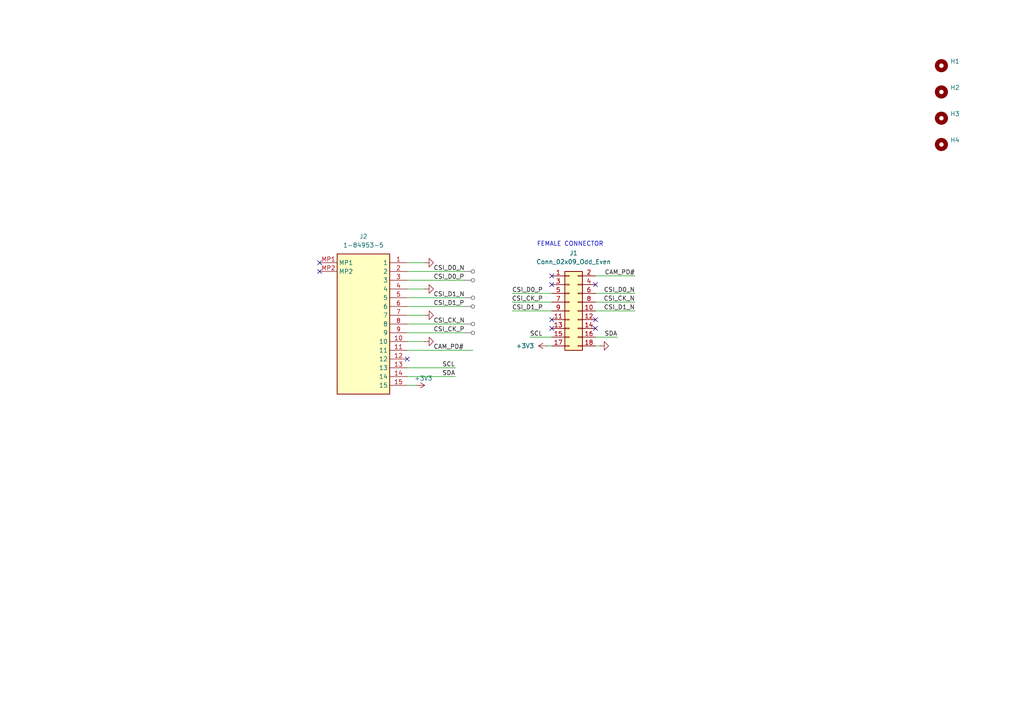
<source format=kicad_sch>
(kicad_sch
	(version 20250114)
	(generator "eeschema")
	(generator_version "9.0")
	(uuid "e80d5abc-f21b-40c8-8f71-583acb5bb8bd")
	(paper "A4")
	(lib_symbols
		(symbol "Connector_Generic:Conn_02x09_Odd_Even"
			(pin_names
				(offset 1.016)
				(hide yes)
			)
			(exclude_from_sim no)
			(in_bom yes)
			(on_board yes)
			(property "Reference" "J"
				(at 1.27 12.7 0)
				(effects
					(font
						(size 1.27 1.27)
					)
				)
			)
			(property "Value" "Conn_02x09_Odd_Even"
				(at 1.27 -12.7 0)
				(effects
					(font
						(size 1.27 1.27)
					)
				)
			)
			(property "Footprint" ""
				(at 0 0 0)
				(effects
					(font
						(size 1.27 1.27)
					)
					(hide yes)
				)
			)
			(property "Datasheet" "~"
				(at 0 0 0)
				(effects
					(font
						(size 1.27 1.27)
					)
					(hide yes)
				)
			)
			(property "Description" "Generic connector, double row, 02x09, odd/even pin numbering scheme (row 1 odd numbers, row 2 even numbers), script generated (kicad-library-utils/schlib/autogen/connector/)"
				(at 0 0 0)
				(effects
					(font
						(size 1.27 1.27)
					)
					(hide yes)
				)
			)
			(property "ki_keywords" "connector"
				(at 0 0 0)
				(effects
					(font
						(size 1.27 1.27)
					)
					(hide yes)
				)
			)
			(property "ki_fp_filters" "Connector*:*_2x??_*"
				(at 0 0 0)
				(effects
					(font
						(size 1.27 1.27)
					)
					(hide yes)
				)
			)
			(symbol "Conn_02x09_Odd_Even_1_1"
				(rectangle
					(start -1.27 11.43)
					(end 3.81 -11.43)
					(stroke
						(width 0.254)
						(type default)
					)
					(fill
						(type background)
					)
				)
				(rectangle
					(start -1.27 10.287)
					(end 0 10.033)
					(stroke
						(width 0.1524)
						(type default)
					)
					(fill
						(type none)
					)
				)
				(rectangle
					(start -1.27 7.747)
					(end 0 7.493)
					(stroke
						(width 0.1524)
						(type default)
					)
					(fill
						(type none)
					)
				)
				(rectangle
					(start -1.27 5.207)
					(end 0 4.953)
					(stroke
						(width 0.1524)
						(type default)
					)
					(fill
						(type none)
					)
				)
				(rectangle
					(start -1.27 2.667)
					(end 0 2.413)
					(stroke
						(width 0.1524)
						(type default)
					)
					(fill
						(type none)
					)
				)
				(rectangle
					(start -1.27 0.127)
					(end 0 -0.127)
					(stroke
						(width 0.1524)
						(type default)
					)
					(fill
						(type none)
					)
				)
				(rectangle
					(start -1.27 -2.413)
					(end 0 -2.667)
					(stroke
						(width 0.1524)
						(type default)
					)
					(fill
						(type none)
					)
				)
				(rectangle
					(start -1.27 -4.953)
					(end 0 -5.207)
					(stroke
						(width 0.1524)
						(type default)
					)
					(fill
						(type none)
					)
				)
				(rectangle
					(start -1.27 -7.493)
					(end 0 -7.747)
					(stroke
						(width 0.1524)
						(type default)
					)
					(fill
						(type none)
					)
				)
				(rectangle
					(start -1.27 -10.033)
					(end 0 -10.287)
					(stroke
						(width 0.1524)
						(type default)
					)
					(fill
						(type none)
					)
				)
				(rectangle
					(start 3.81 10.287)
					(end 2.54 10.033)
					(stroke
						(width 0.1524)
						(type default)
					)
					(fill
						(type none)
					)
				)
				(rectangle
					(start 3.81 7.747)
					(end 2.54 7.493)
					(stroke
						(width 0.1524)
						(type default)
					)
					(fill
						(type none)
					)
				)
				(rectangle
					(start 3.81 5.207)
					(end 2.54 4.953)
					(stroke
						(width 0.1524)
						(type default)
					)
					(fill
						(type none)
					)
				)
				(rectangle
					(start 3.81 2.667)
					(end 2.54 2.413)
					(stroke
						(width 0.1524)
						(type default)
					)
					(fill
						(type none)
					)
				)
				(rectangle
					(start 3.81 0.127)
					(end 2.54 -0.127)
					(stroke
						(width 0.1524)
						(type default)
					)
					(fill
						(type none)
					)
				)
				(rectangle
					(start 3.81 -2.413)
					(end 2.54 -2.667)
					(stroke
						(width 0.1524)
						(type default)
					)
					(fill
						(type none)
					)
				)
				(rectangle
					(start 3.81 -4.953)
					(end 2.54 -5.207)
					(stroke
						(width 0.1524)
						(type default)
					)
					(fill
						(type none)
					)
				)
				(rectangle
					(start 3.81 -7.493)
					(end 2.54 -7.747)
					(stroke
						(width 0.1524)
						(type default)
					)
					(fill
						(type none)
					)
				)
				(rectangle
					(start 3.81 -10.033)
					(end 2.54 -10.287)
					(stroke
						(width 0.1524)
						(type default)
					)
					(fill
						(type none)
					)
				)
				(pin passive line
					(at -5.08 10.16 0)
					(length 3.81)
					(name "Pin_1"
						(effects
							(font
								(size 1.27 1.27)
							)
						)
					)
					(number "1"
						(effects
							(font
								(size 1.27 1.27)
							)
						)
					)
				)
				(pin passive line
					(at -5.08 7.62 0)
					(length 3.81)
					(name "Pin_3"
						(effects
							(font
								(size 1.27 1.27)
							)
						)
					)
					(number "3"
						(effects
							(font
								(size 1.27 1.27)
							)
						)
					)
				)
				(pin passive line
					(at -5.08 5.08 0)
					(length 3.81)
					(name "Pin_5"
						(effects
							(font
								(size 1.27 1.27)
							)
						)
					)
					(number "5"
						(effects
							(font
								(size 1.27 1.27)
							)
						)
					)
				)
				(pin passive line
					(at -5.08 2.54 0)
					(length 3.81)
					(name "Pin_7"
						(effects
							(font
								(size 1.27 1.27)
							)
						)
					)
					(number "7"
						(effects
							(font
								(size 1.27 1.27)
							)
						)
					)
				)
				(pin passive line
					(at -5.08 0 0)
					(length 3.81)
					(name "Pin_9"
						(effects
							(font
								(size 1.27 1.27)
							)
						)
					)
					(number "9"
						(effects
							(font
								(size 1.27 1.27)
							)
						)
					)
				)
				(pin passive line
					(at -5.08 -2.54 0)
					(length 3.81)
					(name "Pin_11"
						(effects
							(font
								(size 1.27 1.27)
							)
						)
					)
					(number "11"
						(effects
							(font
								(size 1.27 1.27)
							)
						)
					)
				)
				(pin passive line
					(at -5.08 -5.08 0)
					(length 3.81)
					(name "Pin_13"
						(effects
							(font
								(size 1.27 1.27)
							)
						)
					)
					(number "13"
						(effects
							(font
								(size 1.27 1.27)
							)
						)
					)
				)
				(pin passive line
					(at -5.08 -7.62 0)
					(length 3.81)
					(name "Pin_15"
						(effects
							(font
								(size 1.27 1.27)
							)
						)
					)
					(number "15"
						(effects
							(font
								(size 1.27 1.27)
							)
						)
					)
				)
				(pin passive line
					(at -5.08 -10.16 0)
					(length 3.81)
					(name "Pin_17"
						(effects
							(font
								(size 1.27 1.27)
							)
						)
					)
					(number "17"
						(effects
							(font
								(size 1.27 1.27)
							)
						)
					)
				)
				(pin passive line
					(at 7.62 10.16 180)
					(length 3.81)
					(name "Pin_2"
						(effects
							(font
								(size 1.27 1.27)
							)
						)
					)
					(number "2"
						(effects
							(font
								(size 1.27 1.27)
							)
						)
					)
				)
				(pin passive line
					(at 7.62 7.62 180)
					(length 3.81)
					(name "Pin_4"
						(effects
							(font
								(size 1.27 1.27)
							)
						)
					)
					(number "4"
						(effects
							(font
								(size 1.27 1.27)
							)
						)
					)
				)
				(pin passive line
					(at 7.62 5.08 180)
					(length 3.81)
					(name "Pin_6"
						(effects
							(font
								(size 1.27 1.27)
							)
						)
					)
					(number "6"
						(effects
							(font
								(size 1.27 1.27)
							)
						)
					)
				)
				(pin passive line
					(at 7.62 2.54 180)
					(length 3.81)
					(name "Pin_8"
						(effects
							(font
								(size 1.27 1.27)
							)
						)
					)
					(number "8"
						(effects
							(font
								(size 1.27 1.27)
							)
						)
					)
				)
				(pin passive line
					(at 7.62 0 180)
					(length 3.81)
					(name "Pin_10"
						(effects
							(font
								(size 1.27 1.27)
							)
						)
					)
					(number "10"
						(effects
							(font
								(size 1.27 1.27)
							)
						)
					)
				)
				(pin passive line
					(at 7.62 -2.54 180)
					(length 3.81)
					(name "Pin_12"
						(effects
							(font
								(size 1.27 1.27)
							)
						)
					)
					(number "12"
						(effects
							(font
								(size 1.27 1.27)
							)
						)
					)
				)
				(pin passive line
					(at 7.62 -5.08 180)
					(length 3.81)
					(name "Pin_14"
						(effects
							(font
								(size 1.27 1.27)
							)
						)
					)
					(number "14"
						(effects
							(font
								(size 1.27 1.27)
							)
						)
					)
				)
				(pin passive line
					(at 7.62 -7.62 180)
					(length 3.81)
					(name "Pin_16"
						(effects
							(font
								(size 1.27 1.27)
							)
						)
					)
					(number "16"
						(effects
							(font
								(size 1.27 1.27)
							)
						)
					)
				)
				(pin passive line
					(at 7.62 -10.16 180)
					(length 3.81)
					(name "Pin_18"
						(effects
							(font
								(size 1.27 1.27)
							)
						)
					)
					(number "18"
						(effects
							(font
								(size 1.27 1.27)
							)
						)
					)
				)
			)
			(embedded_fonts no)
		)
		(symbol "Jonny_Library:1-84953-5"
			(exclude_from_sim no)
			(in_bom yes)
			(on_board yes)
			(property "Reference" "J"
				(at 21.59 7.62 0)
				(effects
					(font
						(size 1.27 1.27)
					)
					(justify left top)
				)
			)
			(property "Value" "1-84953-5"
				(at 21.59 5.08 0)
				(effects
					(font
						(size 1.27 1.27)
					)
					(justify left top)
				)
			)
			(property "Footprint" "Jonny_Library:1-84953-5"
				(at 21.59 -94.92 0)
				(effects
					(font
						(size 1.27 1.27)
					)
					(justify left top)
					(hide yes)
				)
			)
			(property "Datasheet" "https://www.te.com/commerce/DocumentDelivery/DDEController?Action=showdoc&DocId=Customer+Drawing%7F84953%7FA3%7Fpdf%7FEnglish%7FENG_CD_84953_A3.pdf%7F1-84953-5"
				(at 21.59 -194.92 0)
				(effects
					(font
						(size 1.27 1.27)
					)
					(justify left top)
					(hide yes)
				)
			)
			(property "Description" "Conn FPC Connector SKT 15 POS 1mm Solder RA SMD T/R"
				(at 0 0 0)
				(effects
					(font
						(size 1.27 1.27)
					)
					(hide yes)
				)
			)
			(property "Height" "2.74"
				(at 21.59 -394.92 0)
				(effects
					(font
						(size 1.27 1.27)
					)
					(justify left top)
					(hide yes)
				)
			)
			(property "Mouser Part Number" "571-1-84953-5"
				(at 21.59 -494.92 0)
				(effects
					(font
						(size 1.27 1.27)
					)
					(justify left top)
					(hide yes)
				)
			)
			(property "Mouser Price/Stock" "https://www.mouser.co.uk/ProductDetail/TE-Connectivity/1-84953-5?qs=uUkeXfjQ8uS9OOvsO8VIHg%3D%3D"
				(at 21.59 -594.92 0)
				(effects
					(font
						(size 1.27 1.27)
					)
					(justify left top)
					(hide yes)
				)
			)
			(property "Manufacturer_Name" "TE Connectivity"
				(at 21.59 -694.92 0)
				(effects
					(font
						(size 1.27 1.27)
					)
					(justify left top)
					(hide yes)
				)
			)
			(property "Manufacturer_Part_Number" "1-84953-5"
				(at 21.59 -794.92 0)
				(effects
					(font
						(size 1.27 1.27)
					)
					(justify left top)
					(hide yes)
				)
			)
			(symbol "1-84953-5_1_1"
				(rectangle
					(start 5.08 2.54)
					(end 20.32 -38.1)
					(stroke
						(width 0.254)
						(type default)
					)
					(fill
						(type background)
					)
				)
				(pin passive line
					(at 0 0 0)
					(length 5.08)
					(name "MP1"
						(effects
							(font
								(size 1.27 1.27)
							)
						)
					)
					(number "MP1"
						(effects
							(font
								(size 1.27 1.27)
							)
						)
					)
				)
				(pin passive line
					(at 0 -2.54 0)
					(length 5.08)
					(name "MP2"
						(effects
							(font
								(size 1.27 1.27)
							)
						)
					)
					(number "MP2"
						(effects
							(font
								(size 1.27 1.27)
							)
						)
					)
				)
				(pin passive line
					(at 25.4 0 180)
					(length 5.08)
					(name "1"
						(effects
							(font
								(size 1.27 1.27)
							)
						)
					)
					(number "1"
						(effects
							(font
								(size 1.27 1.27)
							)
						)
					)
				)
				(pin passive line
					(at 25.4 -2.54 180)
					(length 5.08)
					(name "2"
						(effects
							(font
								(size 1.27 1.27)
							)
						)
					)
					(number "2"
						(effects
							(font
								(size 1.27 1.27)
							)
						)
					)
				)
				(pin passive line
					(at 25.4 -5.08 180)
					(length 5.08)
					(name "3"
						(effects
							(font
								(size 1.27 1.27)
							)
						)
					)
					(number "3"
						(effects
							(font
								(size 1.27 1.27)
							)
						)
					)
				)
				(pin passive line
					(at 25.4 -7.62 180)
					(length 5.08)
					(name "4"
						(effects
							(font
								(size 1.27 1.27)
							)
						)
					)
					(number "4"
						(effects
							(font
								(size 1.27 1.27)
							)
						)
					)
				)
				(pin passive line
					(at 25.4 -10.16 180)
					(length 5.08)
					(name "5"
						(effects
							(font
								(size 1.27 1.27)
							)
						)
					)
					(number "5"
						(effects
							(font
								(size 1.27 1.27)
							)
						)
					)
				)
				(pin passive line
					(at 25.4 -12.7 180)
					(length 5.08)
					(name "6"
						(effects
							(font
								(size 1.27 1.27)
							)
						)
					)
					(number "6"
						(effects
							(font
								(size 1.27 1.27)
							)
						)
					)
				)
				(pin passive line
					(at 25.4 -15.24 180)
					(length 5.08)
					(name "7"
						(effects
							(font
								(size 1.27 1.27)
							)
						)
					)
					(number "7"
						(effects
							(font
								(size 1.27 1.27)
							)
						)
					)
				)
				(pin passive line
					(at 25.4 -17.78 180)
					(length 5.08)
					(name "8"
						(effects
							(font
								(size 1.27 1.27)
							)
						)
					)
					(number "8"
						(effects
							(font
								(size 1.27 1.27)
							)
						)
					)
				)
				(pin passive line
					(at 25.4 -20.32 180)
					(length 5.08)
					(name "9"
						(effects
							(font
								(size 1.27 1.27)
							)
						)
					)
					(number "9"
						(effects
							(font
								(size 1.27 1.27)
							)
						)
					)
				)
				(pin passive line
					(at 25.4 -22.86 180)
					(length 5.08)
					(name "10"
						(effects
							(font
								(size 1.27 1.27)
							)
						)
					)
					(number "10"
						(effects
							(font
								(size 1.27 1.27)
							)
						)
					)
				)
				(pin passive line
					(at 25.4 -25.4 180)
					(length 5.08)
					(name "11"
						(effects
							(font
								(size 1.27 1.27)
							)
						)
					)
					(number "11"
						(effects
							(font
								(size 1.27 1.27)
							)
						)
					)
				)
				(pin passive line
					(at 25.4 -27.94 180)
					(length 5.08)
					(name "12"
						(effects
							(font
								(size 1.27 1.27)
							)
						)
					)
					(number "12"
						(effects
							(font
								(size 1.27 1.27)
							)
						)
					)
				)
				(pin passive line
					(at 25.4 -30.48 180)
					(length 5.08)
					(name "13"
						(effects
							(font
								(size 1.27 1.27)
							)
						)
					)
					(number "13"
						(effects
							(font
								(size 1.27 1.27)
							)
						)
					)
				)
				(pin passive line
					(at 25.4 -33.02 180)
					(length 5.08)
					(name "14"
						(effects
							(font
								(size 1.27 1.27)
							)
						)
					)
					(number "14"
						(effects
							(font
								(size 1.27 1.27)
							)
						)
					)
				)
				(pin passive line
					(at 25.4 -35.56 180)
					(length 5.08)
					(name "15"
						(effects
							(font
								(size 1.27 1.27)
							)
						)
					)
					(number "15"
						(effects
							(font
								(size 1.27 1.27)
							)
						)
					)
				)
			)
			(embedded_fonts no)
		)
		(symbol "MountingHole_1"
			(pin_names
				(offset 1.016)
			)
			(exclude_from_sim yes)
			(in_bom no)
			(on_board yes)
			(property "Reference" "H"
				(at 0 5.08 0)
				(effects
					(font
						(size 1.27 1.27)
					)
				)
			)
			(property "Value" "MountingHole"
				(at 0 3.175 0)
				(effects
					(font
						(size 1.27 1.27)
					)
				)
			)
			(property "Footprint" ""
				(at 0 0 0)
				(effects
					(font
						(size 1.27 1.27)
					)
					(hide yes)
				)
			)
			(property "Datasheet" "~"
				(at 0 0 0)
				(effects
					(font
						(size 1.27 1.27)
					)
					(hide yes)
				)
			)
			(property "Description" "Mounting Hole without connection"
				(at 0 0 0)
				(effects
					(font
						(size 1.27 1.27)
					)
					(hide yes)
				)
			)
			(property "ki_keywords" "mounting hole"
				(at 0 0 0)
				(effects
					(font
						(size 1.27 1.27)
					)
					(hide yes)
				)
			)
			(property "ki_fp_filters" "MountingHole*"
				(at 0 0 0)
				(effects
					(font
						(size 1.27 1.27)
					)
					(hide yes)
				)
			)
			(symbol "MountingHole_1_0_1"
				(circle
					(center 0 0)
					(radius 1.27)
					(stroke
						(width 1.27)
						(type default)
					)
					(fill
						(type none)
					)
				)
			)
			(embedded_fonts no)
		)
		(symbol "power:+3V3"
			(power)
			(pin_numbers
				(hide yes)
			)
			(pin_names
				(offset 0)
				(hide yes)
			)
			(exclude_from_sim no)
			(in_bom yes)
			(on_board yes)
			(property "Reference" "#PWR"
				(at 0 -3.81 0)
				(effects
					(font
						(size 1.27 1.27)
					)
					(hide yes)
				)
			)
			(property "Value" "+3V3"
				(at 0 3.556 0)
				(effects
					(font
						(size 1.27 1.27)
					)
				)
			)
			(property "Footprint" ""
				(at 0 0 0)
				(effects
					(font
						(size 1.27 1.27)
					)
					(hide yes)
				)
			)
			(property "Datasheet" ""
				(at 0 0 0)
				(effects
					(font
						(size 1.27 1.27)
					)
					(hide yes)
				)
			)
			(property "Description" "Power symbol creates a global label with name \"+3V3\""
				(at 0 0 0)
				(effects
					(font
						(size 1.27 1.27)
					)
					(hide yes)
				)
			)
			(property "ki_keywords" "global power"
				(at 0 0 0)
				(effects
					(font
						(size 1.27 1.27)
					)
					(hide yes)
				)
			)
			(symbol "+3V3_0_1"
				(polyline
					(pts
						(xy -0.762 1.27) (xy 0 2.54)
					)
					(stroke
						(width 0)
						(type default)
					)
					(fill
						(type none)
					)
				)
				(polyline
					(pts
						(xy 0 2.54) (xy 0.762 1.27)
					)
					(stroke
						(width 0)
						(type default)
					)
					(fill
						(type none)
					)
				)
				(polyline
					(pts
						(xy 0 0) (xy 0 2.54)
					)
					(stroke
						(width 0)
						(type default)
					)
					(fill
						(type none)
					)
				)
			)
			(symbol "+3V3_1_1"
				(pin power_in line
					(at 0 0 90)
					(length 0)
					(name "~"
						(effects
							(font
								(size 1.27 1.27)
							)
						)
					)
					(number "1"
						(effects
							(font
								(size 1.27 1.27)
							)
						)
					)
				)
			)
			(embedded_fonts no)
		)
		(symbol "power:GND"
			(power)
			(pin_numbers
				(hide yes)
			)
			(pin_names
				(offset 0)
				(hide yes)
			)
			(exclude_from_sim no)
			(in_bom yes)
			(on_board yes)
			(property "Reference" "#PWR"
				(at 0 -6.35 0)
				(effects
					(font
						(size 1.27 1.27)
					)
					(hide yes)
				)
			)
			(property "Value" "GND"
				(at 0 -3.81 0)
				(effects
					(font
						(size 1.27 1.27)
					)
				)
			)
			(property "Footprint" ""
				(at 0 0 0)
				(effects
					(font
						(size 1.27 1.27)
					)
					(hide yes)
				)
			)
			(property "Datasheet" ""
				(at 0 0 0)
				(effects
					(font
						(size 1.27 1.27)
					)
					(hide yes)
				)
			)
			(property "Description" "Power symbol creates a global label with name \"GND\" , ground"
				(at 0 0 0)
				(effects
					(font
						(size 1.27 1.27)
					)
					(hide yes)
				)
			)
			(property "ki_keywords" "global power"
				(at 0 0 0)
				(effects
					(font
						(size 1.27 1.27)
					)
					(hide yes)
				)
			)
			(symbol "GND_0_1"
				(polyline
					(pts
						(xy 0 0) (xy 0 -1.27) (xy 1.27 -1.27) (xy 0 -2.54) (xy -1.27 -1.27) (xy 0 -1.27)
					)
					(stroke
						(width 0)
						(type default)
					)
					(fill
						(type none)
					)
				)
			)
			(symbol "GND_1_1"
				(pin power_in line
					(at 0 0 270)
					(length 0)
					(name "~"
						(effects
							(font
								(size 1.27 1.27)
							)
						)
					)
					(number "1"
						(effects
							(font
								(size 1.27 1.27)
							)
						)
					)
				)
			)
			(embedded_fonts no)
		)
	)
	(text "FEMALE CONNECTOR \n"
		(exclude_from_sim no)
		(at 165.862 70.866 0)
		(effects
			(font
				(size 1.27 1.27)
			)
		)
		(uuid "d79384f5-0a82-4da3-8701-d2436fcd47b8")
	)
	(no_connect
		(at 160.02 92.71)
		(uuid "07ecfef0-92d9-4f36-89e3-93073ac63efe")
	)
	(no_connect
		(at 160.02 82.55)
		(uuid "111c5a86-7c44-400f-8333-68dd5bc2ba26")
	)
	(no_connect
		(at 172.72 82.55)
		(uuid "1e13afa8-2090-4d18-a09b-ee5c93729a88")
	)
	(no_connect
		(at 172.72 95.25)
		(uuid "337f35d3-dd66-42a0-b274-e8571323c561")
	)
	(no_connect
		(at 160.02 95.25)
		(uuid "4e58e841-cf5f-43b3-a2de-11dcf22796c9")
	)
	(no_connect
		(at 118.11 104.14)
		(uuid "4ea3a1c9-894f-439d-9b96-8666bff9f190")
	)
	(no_connect
		(at 172.72 92.71)
		(uuid "964ef55c-8d61-43c8-afc6-06da49fb8440")
	)
	(no_connect
		(at 92.71 78.74)
		(uuid "b47c964f-6ada-4f51-8458-c7bd94741c0b")
	)
	(no_connect
		(at 92.71 76.2)
		(uuid "d0ab0054-2c71-4b4c-b5f6-b23d377a6d50")
	)
	(no_connect
		(at 160.02 80.01)
		(uuid "d5f30cb9-0c2e-40c0-8bc4-f3925499b759")
	)
	(wire
		(pts
			(xy 179.07 97.79) (xy 172.72 97.79)
		)
		(stroke
			(width 0)
			(type default)
		)
		(uuid "0473e679-aabc-40af-9271-cb1bf8a238d7")
	)
	(wire
		(pts
			(xy 160.02 87.63) (xy 148.59 87.63)
		)
		(stroke
			(width 0)
			(type default)
		)
		(uuid "06577b92-8489-4f6d-a09a-978b7a1cc414")
	)
	(wire
		(pts
			(xy 118.11 86.36) (xy 134.62 86.36)
		)
		(stroke
			(width 0)
			(type default)
		)
		(uuid "0ee9f9aa-542e-4f29-abc3-6d9054ab67c2")
	)
	(wire
		(pts
			(xy 118.11 81.28) (xy 134.62 81.28)
		)
		(stroke
			(width 0)
			(type default)
		)
		(uuid "1847d8c8-c48b-49d5-b6c8-52280ea5ae29")
	)
	(wire
		(pts
			(xy 118.11 91.44) (xy 123.19 91.44)
		)
		(stroke
			(width 0)
			(type default)
		)
		(uuid "1d59f905-3e90-45f5-951d-c2c62131f546")
	)
	(wire
		(pts
			(xy 173.99 100.33) (xy 172.72 100.33)
		)
		(stroke
			(width 0)
			(type default)
		)
		(uuid "20c9335c-96bd-460a-8600-6a27a3d0627f")
	)
	(wire
		(pts
			(xy 118.11 93.98) (xy 134.62 93.98)
		)
		(stroke
			(width 0)
			(type default)
		)
		(uuid "2383d538-a3c0-429c-bdfc-5996077df489")
	)
	(wire
		(pts
			(xy 160.02 97.79) (xy 153.67 97.79)
		)
		(stroke
			(width 0)
			(type default)
		)
		(uuid "3ac317d8-672c-4cf1-aacf-298a65c88762")
	)
	(wire
		(pts
			(xy 118.11 78.74) (xy 134.62 78.74)
		)
		(stroke
			(width 0)
			(type default)
		)
		(uuid "3ad8f483-387d-4ab5-bddb-09cb622f77cb")
	)
	(wire
		(pts
			(xy 118.11 83.82) (xy 123.19 83.82)
		)
		(stroke
			(width 0)
			(type default)
		)
		(uuid "3bf96725-55ba-4042-bab5-6d734ed33d8a")
	)
	(wire
		(pts
			(xy 118.11 106.68) (xy 132.08 106.68)
		)
		(stroke
			(width 0)
			(type default)
		)
		(uuid "40e2f21e-21e1-407c-b355-d7d8b7b9c950")
	)
	(wire
		(pts
			(xy 184.15 85.09) (xy 172.72 85.09)
		)
		(stroke
			(width 0)
			(type default)
		)
		(uuid "5662e97a-b036-4c99-accf-05b6016340de")
	)
	(wire
		(pts
			(xy 184.15 90.17) (xy 172.72 90.17)
		)
		(stroke
			(width 0)
			(type default)
		)
		(uuid "6e9ab26a-887b-4370-a127-2bbccab1274b")
	)
	(wire
		(pts
			(xy 118.11 101.6) (xy 137.16 101.6)
		)
		(stroke
			(width 0)
			(type default)
		)
		(uuid "7b58a914-dd82-4638-bf60-1be24cbe4e36")
	)
	(wire
		(pts
			(xy 118.11 88.9) (xy 134.62 88.9)
		)
		(stroke
			(width 0)
			(type default)
		)
		(uuid "7c5de4c2-f7f5-4e8e-b603-972c5f09f683")
	)
	(wire
		(pts
			(xy 118.11 96.52) (xy 134.62 96.52)
		)
		(stroke
			(width 0)
			(type default)
		)
		(uuid "7e1cf996-8ed3-419c-a24b-bc88b69e4b4a")
	)
	(wire
		(pts
			(xy 160.02 85.09) (xy 148.59 85.09)
		)
		(stroke
			(width 0)
			(type default)
		)
		(uuid "80eb09f3-c785-4ee2-bf79-0a03e3c35040")
	)
	(wire
		(pts
			(xy 118.11 76.2) (xy 123.19 76.2)
		)
		(stroke
			(width 0)
			(type default)
		)
		(uuid "8aea088f-70f2-4018-bb60-59a2e32727d5")
	)
	(wire
		(pts
			(xy 184.15 87.63) (xy 172.72 87.63)
		)
		(stroke
			(width 0)
			(type default)
		)
		(uuid "8f6fbc24-3ddb-42ea-a01c-cc8aa08e54ca")
	)
	(wire
		(pts
			(xy 184.15 80.01) (xy 172.72 80.01)
		)
		(stroke
			(width 0)
			(type default)
		)
		(uuid "a93c82f8-1597-459e-ace7-d32bd608c75f")
	)
	(wire
		(pts
			(xy 160.02 100.33) (xy 158.75 100.33)
		)
		(stroke
			(width 0)
			(type default)
		)
		(uuid "a9568ce5-d580-4d49-97de-7a659c7c94b5")
	)
	(wire
		(pts
			(xy 118.11 99.06) (xy 123.19 99.06)
		)
		(stroke
			(width 0)
			(type default)
		)
		(uuid "a99229a0-ef50-4d03-a307-afb1bd54cd02")
	)
	(wire
		(pts
			(xy 118.11 109.22) (xy 132.08 109.22)
		)
		(stroke
			(width 0)
			(type default)
		)
		(uuid "ecb14f50-3cdc-4184-950c-2981c634cfb6")
	)
	(wire
		(pts
			(xy 118.11 111.76) (xy 120.65 111.76)
		)
		(stroke
			(width 0)
			(type default)
		)
		(uuid "ed0c7f8c-cc00-4ab4-9dfc-1a6890ce95d7")
	)
	(wire
		(pts
			(xy 160.02 90.17) (xy 148.59 90.17)
		)
		(stroke
			(width 0)
			(type default)
		)
		(uuid "f9492055-f993-4b65-9ec7-c4f1a4b15728")
	)
	(label "SCL"
		(at 128.27 106.68 0)
		(effects
			(font
				(size 1.27 1.27)
			)
			(justify left bottom)
		)
		(uuid "1eeb18a7-4219-48f7-a243-10c7bdc54bb1")
	)
	(label "CSI_D1_P"
		(at 125.73 88.9 0)
		(effects
			(font
				(size 1.27 1.27)
			)
			(justify left bottom)
		)
		(uuid "2ed8661f-e684-4d95-b7cc-501d6eda6dc6")
	)
	(label "CSI_CK_N"
		(at 184.15 87.63 180)
		(effects
			(font
				(size 1.27 1.27)
			)
			(justify right bottom)
		)
		(uuid "3a096dd4-6d5a-4133-b25d-4ffec6c92deb")
	)
	(label "CAM_PD#"
		(at 125.73 101.6 0)
		(effects
			(font
				(size 1.27 1.27)
			)
			(justify left bottom)
		)
		(uuid "43e07f52-0f61-4b5a-86f4-26849398217a")
	)
	(label "CAM_PD#"
		(at 184.15 80.01 180)
		(effects
			(font
				(size 1.27 1.27)
			)
			(justify right bottom)
		)
		(uuid "6dd9837e-915d-412f-b782-90140408b0ad")
	)
	(label "CSI_D0_P"
		(at 125.73 81.28 0)
		(effects
			(font
				(size 1.27 1.27)
			)
			(justify left bottom)
		)
		(uuid "6f4b4bed-b558-4789-a434-5a9b70efbcf2")
	)
	(label "CSI_D0_N"
		(at 184.15 85.09 180)
		(effects
			(font
				(size 1.27 1.27)
			)
			(justify right bottom)
		)
		(uuid "786998c9-75ec-4245-9da4-a83a2e5bef76")
	)
	(label "CSI_D1_N"
		(at 125.73 86.36 0)
		(effects
			(font
				(size 1.27 1.27)
			)
			(justify left bottom)
		)
		(uuid "7c833c22-bb1a-4140-994d-d0863dfe9180")
	)
	(label "CSI_CK_P"
		(at 125.73 96.52 0)
		(effects
			(font
				(size 1.27 1.27)
			)
			(justify left bottom)
		)
		(uuid "97c8f7d8-eb7a-4cec-bd9e-c88ce7bb223a")
	)
	(label "CSI_D0_N"
		(at 125.73 78.74 0)
		(effects
			(font
				(size 1.27 1.27)
			)
			(justify left bottom)
		)
		(uuid "acc72df3-e674-4ab5-bc78-f77ac2439d3a")
	)
	(label "SDA"
		(at 179.07 97.79 180)
		(effects
			(font
				(size 1.27 1.27)
			)
			(justify right bottom)
		)
		(uuid "babd9987-2acf-4efb-9407-4ae372f5046b")
	)
	(label "CSI_D1_P"
		(at 157.48 90.17 180)
		(effects
			(font
				(size 1.27 1.27)
			)
			(justify right bottom)
		)
		(uuid "c5c18592-fc56-4dbc-b327-81a29297cf46")
	)
	(label "CSI_CK_P"
		(at 157.48 87.63 180)
		(effects
			(font
				(size 1.27 1.27)
			)
			(justify right bottom)
		)
		(uuid "c5d3e52f-0385-4fb7-8900-5fd55ba96e7f")
	)
	(label "CSI_D1_N"
		(at 184.15 90.17 180)
		(effects
			(font
				(size 1.27 1.27)
			)
			(justify right bottom)
		)
		(uuid "d1612c99-1ff0-4fad-ac96-577b44d3544d")
	)
	(label "SCL"
		(at 153.67 97.79 0)
		(effects
			(font
				(size 1.27 1.27)
			)
			(justify left bottom)
		)
		(uuid "ed4e9b7d-42f9-4cec-a3a6-cc69de614058")
	)
	(label "SDA"
		(at 128.27 109.22 0)
		(effects
			(font
				(size 1.27 1.27)
			)
			(justify left bottom)
		)
		(uuid "f354d081-b80b-4cf6-be9a-9f20616685c7")
	)
	(label "CSI_CK_N"
		(at 125.73 93.98 0)
		(effects
			(font
				(size 1.27 1.27)
			)
			(justify left bottom)
		)
		(uuid "f4230b23-d0ce-4e93-b7e0-d168fda789e9")
	)
	(label "CSI_D0_P"
		(at 157.48 85.09 180)
		(effects
			(font
				(size 1.27 1.27)
			)
			(justify right bottom)
		)
		(uuid "f905fa90-36c7-4f9b-a091-fbe498eeda7d")
	)
	(netclass_flag ""
		(length 2.54)
		(shape round)
		(at 134.62 88.9 270)
		(fields_autoplaced yes)
		(effects
			(font
				(size 1.27 1.27)
			)
			(justify right bottom)
		)
		(uuid "27098fe8-a79c-4ab4-b78c-cd054a1fe34a")
		(property "Netclass" "CSI"
			(at 137.16 88.2015 90)
			(effects
				(font
					(size 1.27 1.27)
				)
				(justify left)
				(hide yes)
			)
		)
		(property "Component Class" ""
			(at -97.79 26.67 0)
			(effects
				(font
					(size 1.27 1.27)
					(italic yes)
				)
			)
		)
	)
	(netclass_flag ""
		(length 2.54)
		(shape round)
		(at 134.62 86.36 270)
		(fields_autoplaced yes)
		(effects
			(font
				(size 1.27 1.27)
			)
			(justify right bottom)
		)
		(uuid "45b3a237-5d03-4216-bb6a-ad0401f925d9")
		(property "Netclass" "CSI"
			(at 137.16 85.6615 90)
			(effects
				(font
					(size 1.27 1.27)
				)
				(justify left)
				(hide yes)
			)
		)
		(property "Component Class" ""
			(at -97.79 24.13 0)
			(effects
				(font
					(size 1.27 1.27)
					(italic yes)
				)
			)
		)
	)
	(netclass_flag ""
		(length 2.54)
		(shape round)
		(at 134.62 96.52 270)
		(fields_autoplaced yes)
		(effects
			(font
				(size 1.27 1.27)
			)
			(justify right bottom)
		)
		(uuid "919d11dd-bd84-4516-95e8-5461a849c0c2")
		(property "Netclass" "CSI"
			(at 137.16 95.8215 90)
			(effects
				(font
					(size 1.27 1.27)
				)
				(justify left)
				(hide yes)
			)
		)
		(property "Component Class" ""
			(at -97.79 34.29 0)
			(effects
				(font
					(size 1.27 1.27)
					(italic yes)
				)
			)
		)
	)
	(netclass_flag ""
		(length 2.54)
		(shape round)
		(at 134.62 81.28 270)
		(fields_autoplaced yes)
		(effects
			(font
				(size 1.27 1.27)
			)
			(justify right bottom)
		)
		(uuid "9bbe7ff2-29e6-48d5-8845-87e199f0cd08")
		(property "Netclass" "CSI"
			(at 137.16 80.5815 90)
			(effects
				(font
					(size 1.27 1.27)
				)
				(justify left)
				(hide yes)
			)
		)
		(property "Component Class" ""
			(at -97.79 19.05 0)
			(effects
				(font
					(size 1.27 1.27)
					(italic yes)
				)
			)
		)
	)
	(netclass_flag ""
		(length 2.54)
		(shape round)
		(at 134.62 78.74 270)
		(fields_autoplaced yes)
		(effects
			(font
				(size 1.27 1.27)
			)
			(justify right bottom)
		)
		(uuid "e065018f-d464-4440-a30e-bd57e4c3866a")
		(property "Netclass" "CSI"
			(at 137.16 78.0415 90)
			(effects
				(font
					(size 1.27 1.27)
				)
				(justify left)
				(hide yes)
			)
		)
		(property "Component Class" ""
			(at -97.79 16.51 0)
			(effects
				(font
					(size 1.27 1.27)
					(italic yes)
				)
			)
		)
	)
	(netclass_flag ""
		(length 2.54)
		(shape round)
		(at 134.62 93.98 270)
		(fields_autoplaced yes)
		(effects
			(font
				(size 1.27 1.27)
			)
			(justify right bottom)
		)
		(uuid "f298fd32-2e2a-42db-92b1-f18bc1852e3c")
		(property "Netclass" "CSI"
			(at 137.16 93.2815 90)
			(effects
				(font
					(size 1.27 1.27)
				)
				(justify left)
				(hide yes)
			)
		)
		(property "Component Class" ""
			(at -97.79 31.75 0)
			(effects
				(font
					(size 1.27 1.27)
					(italic yes)
				)
			)
		)
	)
	(symbol
		(lib_id "power:GND")
		(at 123.19 83.82 90)
		(unit 1)
		(exclude_from_sim no)
		(in_bom yes)
		(on_board yes)
		(dnp no)
		(fields_autoplaced yes)
		(uuid "0760a54b-1460-47ca-9edf-c77d2ea7aeec")
		(property "Reference" "#PWR011"
			(at 129.54 83.82 0)
			(effects
				(font
					(size 1.27 1.27)
				)
				(hide yes)
			)
		)
		(property "Value" "GND"
			(at 127 83.8199 90)
			(effects
				(font
					(size 1.27 1.27)
				)
				(justify right)
				(hide yes)
			)
		)
		(property "Footprint" ""
			(at 123.19 83.82 0)
			(effects
				(font
					(size 1.27 1.27)
				)
				(hide yes)
			)
		)
		(property "Datasheet" ""
			(at 123.19 83.82 0)
			(effects
				(font
					(size 1.27 1.27)
				)
				(hide yes)
			)
		)
		(property "Description" "Power symbol creates a global label with name \"GND\" , ground"
			(at 123.19 83.82 0)
			(effects
				(font
					(size 1.27 1.27)
				)
				(hide yes)
			)
		)
		(pin "1"
			(uuid "d6d310ad-0706-48e7-8a2a-55c717909530")
		)
		(instances
			(project "ov5640_adapter"
				(path "/e80d5abc-f21b-40c8-8f71-583acb5bb8bd"
					(reference "#PWR011")
					(unit 1)
				)
			)
		)
	)
	(symbol
		(lib_name "MountingHole_1")
		(lib_id "Mechanical:MountingHole")
		(at 273.05 41.91 0)
		(unit 1)
		(exclude_from_sim yes)
		(in_bom no)
		(on_board yes)
		(dnp no)
		(fields_autoplaced yes)
		(uuid "162e3894-c94d-45c2-a7e3-4ff71e0870f1")
		(property "Reference" "H4"
			(at 275.59 40.6399 0)
			(effects
				(font
					(size 1.27 1.27)
				)
				(justify left)
			)
		)
		(property "Value" "MountingHole"
			(at 275.59 43.1799 0)
			(effects
				(font
					(size 1.27 1.27)
				)
				(justify left)
				(hide yes)
			)
		)
		(property "Footprint" "MountingHole:MountingHole_3mm"
			(at 273.05 41.91 0)
			(effects
				(font
					(size 1.27 1.27)
				)
				(hide yes)
			)
		)
		(property "Datasheet" "~"
			(at 273.05 41.91 0)
			(effects
				(font
					(size 1.27 1.27)
				)
				(hide yes)
			)
		)
		(property "Description" "Mounting Hole without connection"
			(at 273.05 41.91 0)
			(effects
				(font
					(size 1.27 1.27)
				)
				(hide yes)
			)
		)
		(instances
			(project "ov5640_adapter"
				(path "/e80d5abc-f21b-40c8-8f71-583acb5bb8bd"
					(reference "H4")
					(unit 1)
				)
			)
		)
	)
	(symbol
		(lib_id "power:GND")
		(at 123.19 99.06 90)
		(unit 1)
		(exclude_from_sim no)
		(in_bom yes)
		(on_board yes)
		(dnp no)
		(fields_autoplaced yes)
		(uuid "2c628d9a-19b6-4922-9d0b-742c674e4fb1")
		(property "Reference" "#PWR09"
			(at 129.54 99.06 0)
			(effects
				(font
					(size 1.27 1.27)
				)
				(hide yes)
			)
		)
		(property "Value" "GND"
			(at 127 99.0599 90)
			(effects
				(font
					(size 1.27 1.27)
				)
				(justify right)
				(hide yes)
			)
		)
		(property "Footprint" ""
			(at 123.19 99.06 0)
			(effects
				(font
					(size 1.27 1.27)
				)
				(hide yes)
			)
		)
		(property "Datasheet" ""
			(at 123.19 99.06 0)
			(effects
				(font
					(size 1.27 1.27)
				)
				(hide yes)
			)
		)
		(property "Description" "Power symbol creates a global label with name \"GND\" , ground"
			(at 123.19 99.06 0)
			(effects
				(font
					(size 1.27 1.27)
				)
				(hide yes)
			)
		)
		(pin "1"
			(uuid "830e87eb-b962-4c58-b941-99399882ff24")
		)
		(instances
			(project "ov5640_adapter"
				(path "/e80d5abc-f21b-40c8-8f71-583acb5bb8bd"
					(reference "#PWR09")
					(unit 1)
				)
			)
		)
	)
	(symbol
		(lib_id "power:GND")
		(at 123.19 76.2 90)
		(unit 1)
		(exclude_from_sim no)
		(in_bom yes)
		(on_board yes)
		(dnp no)
		(fields_autoplaced yes)
		(uuid "554e8ab2-3dc1-4f9c-9258-c4ed2d6239df")
		(property "Reference" "#PWR012"
			(at 129.54 76.2 0)
			(effects
				(font
					(size 1.27 1.27)
				)
				(hide yes)
			)
		)
		(property "Value" "GND"
			(at 127 76.1999 90)
			(effects
				(font
					(size 1.27 1.27)
				)
				(justify right)
				(hide yes)
			)
		)
		(property "Footprint" ""
			(at 123.19 76.2 0)
			(effects
				(font
					(size 1.27 1.27)
				)
				(hide yes)
			)
		)
		(property "Datasheet" ""
			(at 123.19 76.2 0)
			(effects
				(font
					(size 1.27 1.27)
				)
				(hide yes)
			)
		)
		(property "Description" "Power symbol creates a global label with name \"GND\" , ground"
			(at 123.19 76.2 0)
			(effects
				(font
					(size 1.27 1.27)
				)
				(hide yes)
			)
		)
		(pin "1"
			(uuid "8dd8b5bc-7eff-4ba2-a6f0-eac5fb200ee9")
		)
		(instances
			(project "ov5640_adapter"
				(path "/e80d5abc-f21b-40c8-8f71-583acb5bb8bd"
					(reference "#PWR012")
					(unit 1)
				)
			)
		)
	)
	(symbol
		(lib_id "power:+3V3")
		(at 158.75 100.33 90)
		(mirror x)
		(unit 1)
		(exclude_from_sim no)
		(in_bom yes)
		(on_board yes)
		(dnp no)
		(fields_autoplaced yes)
		(uuid "55da9c83-4383-4124-881c-d326c00a1123")
		(property "Reference" "#PWR013"
			(at 162.56 100.33 0)
			(effects
				(font
					(size 1.27 1.27)
				)
				(hide yes)
			)
		)
		(property "Value" "+3V3"
			(at 154.94 100.3299 90)
			(effects
				(font
					(size 1.27 1.27)
				)
				(justify left)
			)
		)
		(property "Footprint" ""
			(at 158.75 100.33 0)
			(effects
				(font
					(size 1.27 1.27)
				)
				(hide yes)
			)
		)
		(property "Datasheet" ""
			(at 158.75 100.33 0)
			(effects
				(font
					(size 1.27 1.27)
				)
				(hide yes)
			)
		)
		(property "Description" "Power symbol creates a global label with name \"+3V3\""
			(at 158.75 100.33 0)
			(effects
				(font
					(size 1.27 1.27)
				)
				(hide yes)
			)
		)
		(pin "1"
			(uuid "b81278d0-976b-4631-b9eb-21027ed42787")
		)
		(instances
			(project "ov5640_adapter"
				(path "/e80d5abc-f21b-40c8-8f71-583acb5bb8bd"
					(reference "#PWR013")
					(unit 1)
				)
			)
		)
	)
	(symbol
		(lib_name "MountingHole_1")
		(lib_id "Mechanical:MountingHole")
		(at 273.05 34.29 0)
		(unit 1)
		(exclude_from_sim yes)
		(in_bom no)
		(on_board yes)
		(dnp no)
		(fields_autoplaced yes)
		(uuid "59d0fae1-1bfe-455d-8f18-ff8d14d6145e")
		(property "Reference" "H3"
			(at 275.59 33.0199 0)
			(effects
				(font
					(size 1.27 1.27)
				)
				(justify left)
			)
		)
		(property "Value" "MountingHole"
			(at 275.59 35.5599 0)
			(effects
				(font
					(size 1.27 1.27)
				)
				(justify left)
				(hide yes)
			)
		)
		(property "Footprint" "MountingHole:MountingHole_3mm"
			(at 273.05 34.29 0)
			(effects
				(font
					(size 1.27 1.27)
				)
				(hide yes)
			)
		)
		(property "Datasheet" "~"
			(at 273.05 34.29 0)
			(effects
				(font
					(size 1.27 1.27)
				)
				(hide yes)
			)
		)
		(property "Description" "Mounting Hole without connection"
			(at 273.05 34.29 0)
			(effects
				(font
					(size 1.27 1.27)
				)
				(hide yes)
			)
		)
		(instances
			(project "ov5640_adapter"
				(path "/e80d5abc-f21b-40c8-8f71-583acb5bb8bd"
					(reference "H3")
					(unit 1)
				)
			)
		)
	)
	(symbol
		(lib_id "Connector_Generic:Conn_02x09_Odd_Even")
		(at 165.1 90.17 0)
		(unit 1)
		(exclude_from_sim no)
		(in_bom yes)
		(on_board yes)
		(dnp no)
		(uuid "6e6718cd-ada7-47f1-9b7d-f690bec73d6c")
		(property "Reference" "J1"
			(at 166.37 73.406 0)
			(effects
				(font
					(size 1.27 1.27)
				)
			)
		)
		(property "Value" "Conn_02x09_Odd_Even"
			(at 166.37 75.946 0)
			(effects
				(font
					(size 1.27 1.27)
				)
			)
		)
		(property "Footprint" "Connector_PinSocket_2.54mm:PinSocket_2x09_P2.54mm_Vertical"
			(at 165.1 90.17 0)
			(effects
				(font
					(size 1.27 1.27)
				)
				(hide yes)
			)
		)
		(property "Datasheet" "~"
			(at 165.1 90.17 0)
			(effects
				(font
					(size 1.27 1.27)
				)
				(hide yes)
			)
		)
		(property "Description" "Generic connector, double row, 02x09, odd/even pin numbering scheme (row 1 odd numbers, row 2 even numbers), script generated (kicad-library-utils/schlib/autogen/connector/)"
			(at 165.1 90.17 0)
			(effects
				(font
					(size 1.27 1.27)
				)
				(hide yes)
			)
		)
		(pin "9"
			(uuid "b11cc0eb-b3a3-4808-83dd-7f23d2118905")
		)
		(pin "4"
			(uuid "9749bf9b-b32b-4704-a98c-cf4fdf55d85c")
		)
		(pin "3"
			(uuid "709b1e8e-8431-4575-9337-3991c397fa67")
		)
		(pin "13"
			(uuid "1eec8b28-5514-4b65-818a-b19f571d0604")
		)
		(pin "5"
			(uuid "318555ed-e38d-45c1-a6fc-4ebf33ba6da3")
		)
		(pin "11"
			(uuid "99572545-1c2a-4e9f-9a4d-bf845990074c")
		)
		(pin "17"
			(uuid "3eafcb19-83cb-4338-9a4e-5ab0273b4e59")
		)
		(pin "8"
			(uuid "31cb5b54-3e06-4082-bb2d-9d030af3aec0")
		)
		(pin "12"
			(uuid "caa212da-86e3-40a9-9483-df15eb1d616c")
		)
		(pin "1"
			(uuid "c9a36129-ac21-4dc0-8d93-03f32872ed5c")
		)
		(pin "7"
			(uuid "bc8e942c-f0c2-436c-921a-761fcccfd67e")
		)
		(pin "15"
			(uuid "821d8ef8-bea5-4586-9b2e-f0e4977d12e0")
		)
		(pin "2"
			(uuid "7447c200-b12d-47de-b8a2-6dfeb69c170a")
		)
		(pin "10"
			(uuid "309130b3-31e6-4691-a116-b0bdf74199b6")
		)
		(pin "14"
			(uuid "a8a32038-a36d-4144-8424-cc9adbb13648")
		)
		(pin "16"
			(uuid "431ebebc-2346-4547-999b-349c51ece64b")
		)
		(pin "6"
			(uuid "2925fc4f-1219-46a1-8b0d-db55d336037f")
		)
		(pin "18"
			(uuid "79271933-d121-49b3-ac7e-2180c2f82f89")
		)
		(instances
			(project ""
				(path "/e80d5abc-f21b-40c8-8f71-583acb5bb8bd"
					(reference "J1")
					(unit 1)
				)
			)
		)
	)
	(symbol
		(lib_id "power:+3V3")
		(at 120.65 111.76 270)
		(unit 1)
		(exclude_from_sim no)
		(in_bom yes)
		(on_board yes)
		(dnp no)
		(uuid "78036c38-75c9-419a-bb91-91ea923fd242")
		(property "Reference" "#PWR08"
			(at 116.84 111.76 0)
			(effects
				(font
					(size 1.27 1.27)
				)
				(hide yes)
			)
		)
		(property "Value" "+3V3"
			(at 120.142 109.728 90)
			(effects
				(font
					(size 1.27 1.27)
				)
				(justify left)
			)
		)
		(property "Footprint" ""
			(at 120.65 111.76 0)
			(effects
				(font
					(size 1.27 1.27)
				)
				(hide yes)
			)
		)
		(property "Datasheet" ""
			(at 120.65 111.76 0)
			(effects
				(font
					(size 1.27 1.27)
				)
				(hide yes)
			)
		)
		(property "Description" "Power symbol creates a global label with name \"+3V3\""
			(at 120.65 111.76 0)
			(effects
				(font
					(size 1.27 1.27)
				)
				(hide yes)
			)
		)
		(pin "1"
			(uuid "e174075c-00da-45ea-a617-1720da5c9093")
		)
		(instances
			(project "ov5640_adapter"
				(path "/e80d5abc-f21b-40c8-8f71-583acb5bb8bd"
					(reference "#PWR08")
					(unit 1)
				)
			)
		)
	)
	(symbol
		(lib_id "power:GND")
		(at 123.19 91.44 90)
		(unit 1)
		(exclude_from_sim no)
		(in_bom yes)
		(on_board yes)
		(dnp no)
		(fields_autoplaced yes)
		(uuid "78c353e8-7914-4f05-8983-ff1844127e65")
		(property "Reference" "#PWR010"
			(at 129.54 91.44 0)
			(effects
				(font
					(size 1.27 1.27)
				)
				(hide yes)
			)
		)
		(property "Value" "GND"
			(at 127 91.4399 90)
			(effects
				(font
					(size 1.27 1.27)
				)
				(justify right)
				(hide yes)
			)
		)
		(property "Footprint" ""
			(at 123.19 91.44 0)
			(effects
				(font
					(size 1.27 1.27)
				)
				(hide yes)
			)
		)
		(property "Datasheet" ""
			(at 123.19 91.44 0)
			(effects
				(font
					(size 1.27 1.27)
				)
				(hide yes)
			)
		)
		(property "Description" "Power symbol creates a global label with name \"GND\" , ground"
			(at 123.19 91.44 0)
			(effects
				(font
					(size 1.27 1.27)
				)
				(hide yes)
			)
		)
		(pin "1"
			(uuid "b3d629d2-d53e-4ed5-94d6-b5e2314ca6ba")
		)
		(instances
			(project "ov5640_adapter"
				(path "/e80d5abc-f21b-40c8-8f71-583acb5bb8bd"
					(reference "#PWR010")
					(unit 1)
				)
			)
		)
	)
	(symbol
		(lib_name "MountingHole_1")
		(lib_id "Mechanical:MountingHole")
		(at 273.05 19.05 0)
		(unit 1)
		(exclude_from_sim yes)
		(in_bom no)
		(on_board yes)
		(dnp no)
		(fields_autoplaced yes)
		(uuid "7c0e7084-6eb6-4a3f-bb42-3e3c4779740f")
		(property "Reference" "H1"
			(at 275.59 17.7799 0)
			(effects
				(font
					(size 1.27 1.27)
				)
				(justify left)
			)
		)
		(property "Value" "MountingHole"
			(at 275.59 20.3199 0)
			(effects
				(font
					(size 1.27 1.27)
				)
				(justify left)
				(hide yes)
			)
		)
		(property "Footprint" "MountingHole:MountingHole_3mm"
			(at 273.05 19.05 0)
			(effects
				(font
					(size 1.27 1.27)
				)
				(hide yes)
			)
		)
		(property "Datasheet" "~"
			(at 273.05 19.05 0)
			(effects
				(font
					(size 1.27 1.27)
				)
				(hide yes)
			)
		)
		(property "Description" "Mounting Hole without connection"
			(at 273.05 19.05 0)
			(effects
				(font
					(size 1.27 1.27)
				)
				(hide yes)
			)
		)
		(instances
			(project ""
				(path "/e80d5abc-f21b-40c8-8f71-583acb5bb8bd"
					(reference "H1")
					(unit 1)
				)
			)
		)
	)
	(symbol
		(lib_id "Jonny_Library:1-84953-5")
		(at 92.71 76.2 0)
		(unit 1)
		(exclude_from_sim no)
		(in_bom yes)
		(on_board yes)
		(dnp no)
		(fields_autoplaced yes)
		(uuid "c1dab9b4-7768-48c4-9b30-cab5a87c68d7")
		(property "Reference" "J2"
			(at 105.41 68.58 0)
			(effects
				(font
					(size 1.27 1.27)
				)
			)
		)
		(property "Value" "1-84953-5"
			(at 105.41 71.12 0)
			(effects
				(font
					(size 1.27 1.27)
				)
			)
		)
		(property "Footprint" "Jonny_Library:1-84953-5"
			(at 114.3 171.12 0)
			(effects
				(font
					(size 1.27 1.27)
				)
				(justify left top)
				(hide yes)
			)
		)
		(property "Datasheet" "https://www.te.com/commerce/DocumentDelivery/DDEController?Action=showdoc&DocId=Customer+Drawing%7F84953%7FA3%7Fpdf%7FEnglish%7FENG_CD_84953_A3.pdf%7F1-84953-5"
			(at 114.3 271.12 0)
			(effects
				(font
					(size 1.27 1.27)
				)
				(justify left top)
				(hide yes)
			)
		)
		(property "Description" "Conn FPC Connector SKT 15 POS 1mm Solder RA SMD T/R"
			(at 92.71 76.2 0)
			(effects
				(font
					(size 1.27 1.27)
				)
				(hide yes)
			)
		)
		(property "Height" "2.74"
			(at 114.3 471.12 0)
			(effects
				(font
					(size 1.27 1.27)
				)
				(justify left top)
				(hide yes)
			)
		)
		(property "Mouser Part Number" "571-1-84953-5"
			(at 114.3 571.12 0)
			(effects
				(font
					(size 1.27 1.27)
				)
				(justify left top)
				(hide yes)
			)
		)
		(property "Mouser Price/Stock" "https://www.mouser.co.uk/ProductDetail/TE-Connectivity/1-84953-5?qs=uUkeXfjQ8uS9OOvsO8VIHg%3D%3D"
			(at 114.3 671.12 0)
			(effects
				(font
					(size 1.27 1.27)
				)
				(justify left top)
				(hide yes)
			)
		)
		(property "Manufacturer_Name" "TE Connectivity"
			(at 114.3 771.12 0)
			(effects
				(font
					(size 1.27 1.27)
				)
				(justify left top)
				(hide yes)
			)
		)
		(property "Manufacturer_Part_Number" "1-84953-5"
			(at 114.3 871.12 0)
			(effects
				(font
					(size 1.27 1.27)
				)
				(justify left top)
				(hide yes)
			)
		)
		(pin "MP2"
			(uuid "7ebe9610-e53f-49e8-950c-876d05ca174b")
		)
		(pin "11"
			(uuid "30908545-cb44-4d54-9a2e-2515f9e10abe")
		)
		(pin "2"
			(uuid "43ea3a61-88eb-4ef5-9eb1-a6dbffff12c7")
		)
		(pin "4"
			(uuid "a15b1a0c-21a1-47be-a4ed-b33a47685eb8")
		)
		(pin "6"
			(uuid "59a2970f-30cb-4864-8472-6c4da2891e8d")
		)
		(pin "1"
			(uuid "5c14f1e3-623a-40b5-8608-5167bb114130")
		)
		(pin "MP1"
			(uuid "6937a0b2-b0b3-4477-a201-0449be078197")
		)
		(pin "5"
			(uuid "d1437bbc-6fd0-4cc0-ae76-decc4c54e9bd")
		)
		(pin "9"
			(uuid "47369a6b-07a7-409e-8406-73df0612b6be")
		)
		(pin "10"
			(uuid "56a52c89-bc4e-4157-9487-4337c60242c3")
		)
		(pin "7"
			(uuid "627938c8-a670-40e9-9159-2e423b267315")
		)
		(pin "12"
			(uuid "cdc3e99c-6f2e-432b-99a6-269314631875")
		)
		(pin "14"
			(uuid "897db6cd-bd07-4b1e-ae31-c42d7ab2a51e")
		)
		(pin "15"
			(uuid "92ac87d0-094e-44c9-8a85-55b9e00e2d99")
		)
		(pin "8"
			(uuid "f72732bb-3dcc-4b09-bd1c-6cfc44ff581b")
		)
		(pin "3"
			(uuid "d3153761-810e-4bed-8f37-6f911ca1bf44")
		)
		(pin "13"
			(uuid "35ada9d1-ab0c-420e-9e44-d73a80c20275")
		)
		(instances
			(project ""
				(path "/e80d5abc-f21b-40c8-8f71-583acb5bb8bd"
					(reference "J2")
					(unit 1)
				)
			)
		)
	)
	(symbol
		(lib_name "MountingHole_1")
		(lib_id "Mechanical:MountingHole")
		(at 273.05 26.67 0)
		(unit 1)
		(exclude_from_sim yes)
		(in_bom no)
		(on_board yes)
		(dnp no)
		(fields_autoplaced yes)
		(uuid "d8a8f902-a30a-4910-80c7-a72f3eb61352")
		(property "Reference" "H2"
			(at 275.59 25.3999 0)
			(effects
				(font
					(size 1.27 1.27)
				)
				(justify left)
			)
		)
		(property "Value" "MountingHole"
			(at 275.59 27.9399 0)
			(effects
				(font
					(size 1.27 1.27)
				)
				(justify left)
				(hide yes)
			)
		)
		(property "Footprint" "MountingHole:MountingHole_3mm"
			(at 273.05 26.67 0)
			(effects
				(font
					(size 1.27 1.27)
				)
				(hide yes)
			)
		)
		(property "Datasheet" "~"
			(at 273.05 26.67 0)
			(effects
				(font
					(size 1.27 1.27)
				)
				(hide yes)
			)
		)
		(property "Description" "Mounting Hole without connection"
			(at 273.05 26.67 0)
			(effects
				(font
					(size 1.27 1.27)
				)
				(hide yes)
			)
		)
		(instances
			(project "ov5640_adapter"
				(path "/e80d5abc-f21b-40c8-8f71-583acb5bb8bd"
					(reference "H2")
					(unit 1)
				)
			)
		)
	)
	(symbol
		(lib_id "power:GND")
		(at 173.99 100.33 90)
		(mirror x)
		(unit 1)
		(exclude_from_sim no)
		(in_bom yes)
		(on_board yes)
		(dnp no)
		(fields_autoplaced yes)
		(uuid "f44f4d05-96f1-4d55-8f2e-644a55d45f7c")
		(property "Reference" "#PWR014"
			(at 180.34 100.33 0)
			(effects
				(font
					(size 1.27 1.27)
				)
				(hide yes)
			)
		)
		(property "Value" "GND"
			(at 177.8 100.3301 90)
			(effects
				(font
					(size 1.27 1.27)
				)
				(justify right)
				(hide yes)
			)
		)
		(property "Footprint" ""
			(at 173.99 100.33 0)
			(effects
				(font
					(size 1.27 1.27)
				)
				(hide yes)
			)
		)
		(property "Datasheet" ""
			(at 173.99 100.33 0)
			(effects
				(font
					(size 1.27 1.27)
				)
				(hide yes)
			)
		)
		(property "Description" "Power symbol creates a global label with name \"GND\" , ground"
			(at 173.99 100.33 0)
			(effects
				(font
					(size 1.27 1.27)
				)
				(hide yes)
			)
		)
		(pin "1"
			(uuid "f7ff00b7-e529-4022-a1d4-f0682a42c1a5")
		)
		(instances
			(project "ov5640_adapter"
				(path "/e80d5abc-f21b-40c8-8f71-583acb5bb8bd"
					(reference "#PWR014")
					(unit 1)
				)
			)
		)
	)
	(sheet_instances
		(path "/"
			(page "1")
		)
	)
	(embedded_fonts no)
)

</source>
